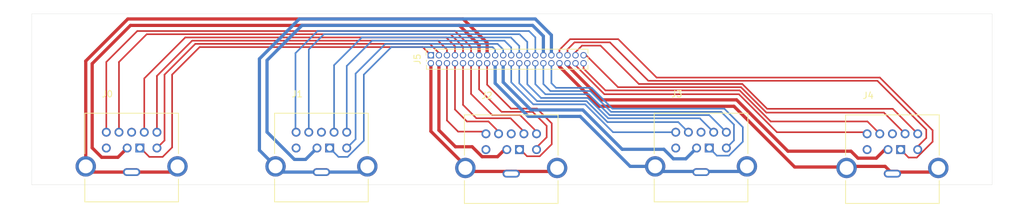
<source format=kicad_pcb>
(kicad_pcb (version 20211014) (generator pcbnew)
  (title_block (rev "1"))
  (layers (0 "F.Cu" signal "Front") (31 "B.Cu" signal "Back") (34 "B.Paste" user) (35 "F.Paste" user) (36 "B.SilkS" user "B.Silkscreen") (37 "F.SilkS" user "F.Silkscreen") (38 "B.Mask" user) (39 "F.Mask" user) (44 "Edge.Cuts" user))
  (net 0 "")
  (net 1 "/0_BVID")
  (net 2 "/0_5V")
  (net 3 "/0_GVID")
  (net 4 "/0_CVID")
  (net 7 "/0_RVID")
  (net 8 "/0_LAUD")
  (net 9 "/0_RAUD")
  (net 10 "/0_GND")
  (net 11 "/1_BVID")
  (net 12 "/1_5V")
  (net 13 "/1_GVID")
  (net 14 "/1_CVID")
  (net 17 "/1_RVID")
  (net 18 "/1_LAUD")
  (net 19 "/1_RAUD")
  (net 20 "/1_GND")
  (net 21 "/2_BVID")
  (net 22 "/2_5V")
  (net 23 "/2_GVID")
  (net 24 "/2_CVID")
  (net 27 "/2_RVID")
  (net 28 "/2_LAUD")
  (net 29 "/2_RAUD")
  (net 30 "/2_GND")
  (net 31 "/3_BVID")
  (net 32 "/3_5V")
  (net 33 "/3_GVID")
  (net 34 "/3_CVID")
  (net 37 "/3_RVID")
  (net 38 "/3_LAUD")
  (net 39 "/3_RAUD")
  (net 40 "/3_GND")
  (net 41 "/4_BVID")
  (net 42 "/4_5V")
  (net 43 "/4_GVID")
  (net 44 "/4_CVID")
  (net 47 "/4_RVID")
  (net 48 "/4_LAUD")
  (net 49 "/4_RAUD")
  (net 50 "/4_GND")
  (footprint "DIN9:CUI_MD-90SM" (layer "F.Cu") (at 127 65)
    (fp_text reference "J0" (at -3.825 -12.335) (layer "F.SilkS"))
    (fp_text value "MD-90SM")
    (fp_line (start 7.4 4.7) (end -7.4 4.7) (layer "F.SilkS") (width 0.127))
    (fp_line (start 7.4 -9.3) (end 7.4 -2.9) (layer "F.SilkS") (width 0.127))
    (fp_line (start -7.4 4.7) (end -7.4 1.1) (layer "F.SilkS") (width 0.127))
    (fp_line (start -7.4 -9.3) (end 7.4 -9.3) (layer "F.SilkS") (width 0.127))
    (fp_line (start 7.4 4.7) (end 7.4 1.1) (layer "F.SilkS") (width 0.127))
    (fp_line (start -7.4 -2.9) (end -7.4 -9.3) (layer "F.SilkS") (width 0.127))
    (pad "1" thru_hole rect (at 1.3 -3.8) (size 1.408 1.408) (drill 0.9) (layers *.Cu *.Mask) (net 1 "/0_BVID"))
    (pad "2" thru_hole circle (at -0.7 -3.8) (size 1.408 1.408) (drill 0.9) (layers *.Cu *.Mask) (net 2 "/0_5V"))
    (pad "3" thru_hole circle (at 4 -3.8) (size 1.408 1.408) (drill 0.9) (layers *.Cu *.Mask) (net 3 "/0_GVID"))
    (pad "4" thru_hole circle (at 2 -6.3) (size 1.408 1.408) (drill 0.9) (layers *.Cu *.Mask) (net 4 "/0_CVID"))
    (pad "5" thru_hole circle (at 0 -6.3) (size 1.408 1.408) (drill 0.9) (layers *.Cu *.Mask))
    (pad "6" thru_hole circle (at -4 -3.8) (size 1.408 1.408) (drill 0.9) (layers *.Cu *.Mask))
    (pad "7" thru_hole circle (at 4 -6.3) (size 1.408 1.408) (drill 0.9) (layers *.Cu *.Mask) (net 7 "/0_RVID"))
    (pad "8" thru_hole circle (at -2 -6.3) (size 1.408 1.408) (drill 0.9) (layers *.Cu *.Mask) (net 8 "/0_LAUD"))
    (pad "9" thru_hole circle (at -4 -6.3) (size 1.408 1.408) (drill 0.9) (layers *.Cu *.Mask) (net 9 "/0_RAUD"))
    (pad "S1" thru_hole oval (at 0 0) (size 2.73 1.23) (drill oval 2.2 0.7) (layers *.Cu *.Mask) (net 10 "/0_GND"))
    (pad "S2" thru_hole circle (at -7.25 -0.9) (size 3.216 3.216) (drill 2.2) (layers *.Cu *.Mask) (net 10 "/0_GND"))
    (pad "S3" thru_hole circle (at 7.25 -0.9) (size 3.216 3.216) (drill 2.2) (layers *.Cu *.Mask) (net 10 "/0_GND"))
  )
  (footprint "Connector_PinSocket_1.27mm:PinSocket_2x20_P1.27mm_Vertical" (layer "F.Cu") (at 174.3 46.53 90)
    (fp_text reference "J5" (at -0.635 -2.135 90) (layer "F.SilkS"))
    (fp_text value "Conn_02x22_Top_Bottom")
    (fp_line (start -2.22 24.825) (end -1.57753 24.825) (layer "F.SilkS") (width 0.12))
    (fp_line (start 0.95 -0.76) (end 0.95 0) (layer "F.SilkS") (width 0.12))
    (fp_line (start 0.95 0.635) (end 0.95 24.825) (layer "F.SilkS") (width 0.12))
    (fp_line (start -0.96247 -0.695) (end -0.76 -0.695) (layer "F.SilkS") (width 0.12))
    (fp_line (start -2.22 -0.695) (end -1.57753 -0.695) (layer "F.SilkS") (width 0.12))
    (fp_line (start -2.22 -0.695) (end -2.22 24.825) (layer "F.SilkS") (width 0.12))
    (fp_line (start 0 -0.76) (end 0.95 -0.76) (layer "F.SilkS") (width 0.12))
    (fp_line (start 0.30753 24.825) (end 0.95 24.825) (layer "F.SilkS") (width 0.12))
    (fp_line (start 0.76 0.635) (end 0.95 0.635) (layer "F.SilkS") (width 0.12))
    (fp_line (start -0.96247 24.825) (end -0.30753 24.825) (layer "F.SilkS") (width 0.12))
    (pad "1" thru_hole rect (at 0 0 90) (size 1 1) (drill 0.7) (layers *.Cu *.Mask) (net 1 "/0_BVID"))
    (pad "2" thru_hole oval (at 0 1.27 90) (size 1 1) (drill 0.7) (layers *.Cu *.Mask) (net 3 "/0_GVID"))
    (pad "3" thru_hole oval (at 0 2.54 90) (size 1 1) (drill 0.7) (layers *.Cu *.Mask) (net 7 "/0_RVID"))
    (pad "4" thru_hole oval (at 0 3.81 90) (size 1 1) (drill 0.7) (layers *.Cu *.Mask) (net 4 "/0_CVID"))
    (pad "5" thru_hole oval (at 0 5.08 90) (size 1 1) (drill 0.7) (layers *.Cu *.Mask) (net 8 "/0_LAUD"))
    (pad "6" thru_hole oval (at 0 6.35 90) (size 1 1) (drill 0.7) (layers *.Cu *.Mask) (net 9 "/0_RAUD"))
    (pad "7" thru_hole oval (at 0 7.62 90) (size 1 1) (drill 0.7) (layers *.Cu *.Mask) (net 2 "/0_5V"))
    (pad "8" thru_hole oval (at 0 8.89 90) (size 1 1) (drill 0.7) (layers *.Cu *.Mask) (net 10 "/0_GND"))
    (pad "9" thru_hole oval (at 0 10.16 90) (size 1 1) (drill 0.7) (layers *.Cu *.Mask) (net 11 "/1_BVID"))
    (pad "10" thru_hole oval (at 0 11.43 90) (size 1 1) (drill 0.7) (layers *.Cu *.Mask) (net 13 "/1_GVID"))
    (pad "11" thru_hole oval (at 0 12.7 90) (size 1 1) (drill 0.7) (layers *.Cu *.Mask) (net 17 "/1_RVID"))
    (pad "12" thru_hole oval (at 0 13.97 90) (size 1 1) (drill 0.7) (layers *.Cu *.Mask) (net 14 "/1_CVID"))
    (pad "13" thru_hole oval (at 0 15.24 90) (size 1 1) (drill 0.7) (layers *.Cu *.Mask) (net 18 "/1_LAUD"))
    (pad "14" thru_hole oval (at 0 16.51 90) (size 1 1) (drill 0.7) (layers *.Cu *.Mask) (net 19 "/1_RAUD"))
    (pad "15" thru_hole oval (at 0 17.78 90) (size 1 1) (drill 0.7) (layers *.Cu *.Mask) (net 12 "/1_5V"))
    (pad "16" thru_hole oval (at 0 19.05 90) (size 1 1) (drill 0.7) (layers *.Cu *.Mask) (net 20 "/1_GND"))
    (pad "17" thru_hole oval (at 0 20.32 90) (size 1 1) (drill 0.7) (layers *.Cu *.Mask) (net 41 "/4_BVID"))
    (pad "18" thru_hole oval (at 0 21.59 90) (size 1 1) (drill 0.7) (layers *.Cu *.Mask) (net 43 "/4_GVID"))
    (pad "19" thru_hole oval (at 0 22.86 90) (size 1 1) (drill 0.7) (layers *.Cu *.Mask) (net 47 "/4_RVID"))
    (pad "20" thru_hole oval (at 0 24.13 90) (size 1 1) (drill 0.7) (layers *.Cu *.Mask) (net 44 "/4_CVID"))
    (pad "21" thru_hole oval (at -1.27 24.13 90) (size 1 1) (drill 0.7) (layers *.Cu *.Mask) (net 48 "/4_LAUD"))
    (pad "22" thru_hole oval (at -1.27 22.86 90) (size 1 1) (drill 0.7) (layers *.Cu *.Mask) (net 49 "/4_RAUD"))
    (pad "23" thru_hole oval (at -1.27 21.59 90) (size 1 1) (drill 0.7) (layers *.Cu *.Mask) (net 42 "/4_5V"))
    (pad "24" thru_hole oval (at -1.27 20.32 90) (size 1 1) (drill 0.7) (layers *.Cu *.Mask) (net 50 "/4_GND"))
    (pad "25" thru_hole oval (at -1.27 19.05 90) (size 1 1) (drill 0.7) (layers *.Cu *.Mask) (net 31 "/3_BVID"))
    (pad "26" thru_hole oval (at -1.27 17.78 90) (size 1 1) (drill 0.7) (layers *.Cu *.Mask) (net 33 "/3_GVID"))
    (pad "27" thru_hole oval (at -1.27 16.51 90) (size 1 1) (drill 0.7) (layers *.Cu *.Mask) (net 37 "/3_RVID"))
    (pad "28" thru_hole oval (at -1.27 15.24 90) (size 1 1) (drill 0.7) (layers *.Cu *.Mask) (net 34 "/3_CVID"))
    (pad "29" thru_hole oval (at -1.27 13.97 90) (size 1 1) (drill 0.7) (layers *.Cu *.Mask) (net 38 "/3_LAUD"))
    (pad "30" thru_hole oval (at -1.27 12.7 90) (size 1 1) (drill 0.7) (layers *.Cu *.Mask) (net 39 "/3_RAUD"))
    (pad "31" thru_hole oval (at -1.27 11.43 90) (size 1 1) (drill 0.7) (layers *.Cu *.Mask) (net 32 "/3_5V"))
    (pad "32" thru_hole oval (at -1.27 10.16 90) (size 1 1) (drill 0.7) (layers *.Cu *.Mask) (net 40 "/3_GND"))
    (pad "33" thru_hole oval (at -1.27 8.89 90) (size 1 1) (drill 0.7) (layers *.Cu *.Mask) (net 21 "/2_BVID"))
    (pad "34" thru_hole oval (at -1.27 7.62 90) (size 1 1) (drill 0.7) (layers *.Cu *.Mask) (net 23 "/2_GVID"))
    (pad "35" thru_hole oval (at -1.27 6.35 90) (size 1 1) (drill 0.7) (layers *.Cu *.Mask) (net 27 "/2_RVID"))
    (pad "36" thru_hole oval (at -1.27 5.08 90) (size 1 1) (drill 0.7) (layers *.Cu *.Mask) (net 24 "/2_CVID"))
    (pad "37" thru_hole oval (at -1.27 3.81 90) (size 1 1) (drill 0.7) (layers *.Cu *.Mask) (net 28 "/2_LAUD"))
    (pad "38" thru_hole oval (at -1.27 2.54 90) (size 1 1) (drill 0.7) (layers *.Cu *.Mask) (net 29 "/2_RAUD"))
    (pad "39" thru_hole oval (at -1.27 1.27 90) (size 1 1) (drill 0.7) (layers *.Cu *.Mask) (net 22 "/2_5V"))
    (pad "40" thru_hole oval (at -1.27 0 90) (size 1 1) (drill 0.7) (layers *.Cu *.Mask) (net 30 "/2_GND"))
  )
  (footprint "DIN9:CUI_MD-90SM" (layer "F.Cu") (at 217 65)
    (fp_text reference "J3" (at -3.825 -12.335) (layer "F.SilkS"))
    (fp_text value "MD-90SM")
    (fp_line (start 7.4 4.7) (end 7.4 1.1) (layer "F.SilkS") (width 0.127))
    (fp_line (start -7.4 -9.3) (end 7.4 -9.3) (layer "F.SilkS") (width 0.127))
    (fp_line (start -7.4 -2.9) (end -7.4 -9.3) (layer "F.SilkS") (width 0.127))
    (fp_line (start 7.4 4.7) (end -7.4 4.7) (layer "F.SilkS") (width 0.127))
    (fp_line (start 7.4 -9.3) (end 7.4 -2.9) (layer "F.SilkS") (width 0.127))
    (fp_line (start -7.4 4.7) (end -7.4 1.1) (layer "F.SilkS") (width 0.127))
    (pad "1" thru_hole rect (at 1.3 -3.8) (size 1.408 1.408) (drill 0.9) (layers *.Cu *.Mask) (net 31 "/3_BVID"))
    (pad "2" thru_hole circle (at -0.7 -3.8) (size 1.408 1.408) (drill 0.9) (layers *.Cu *.Mask) (net 32 "/3_5V"))
    (pad "3" thru_hole circle (at 4 -3.8) (size 1.408 1.408) (drill 0.9) (layers *.Cu *.Mask) (net 33 "/3_GVID"))
    (pad "4" thru_hole circle (at 2 -6.3) (size 1.408 1.408) (drill 0.9) (layers *.Cu *.Mask) (net 34 "/3_CVID"))
    (pad "5" thru_hole circle (at 0 -6.3) (size 1.408 1.408) (drill 0.9) (layers *.Cu *.Mask))
    (pad "6" thru_hole circle (at -4 -3.8) (size 1.408 1.408) (drill 0.9) (layers *.Cu *.Mask))
    (pad "7" thru_hole circle (at 4 -6.3) (size 1.408 1.408) (drill 0.9) (layers *.Cu *.Mask) (net 37 "/3_RVID"))
    (pad "8" thru_hole circle (at -2 -6.3) (size 1.408 1.408) (drill 0.9) (layers *.Cu *.Mask) (net 38 "/3_LAUD"))
    (pad "9" thru_hole circle (at -4 -6.3) (size 1.408 1.408) (drill 0.9) (layers *.Cu *.Mask) (net 39 "/3_RAUD"))
    (pad "S1" thru_hole oval (at 0 0) (size 2.73 1.23) (drill oval 2.2 0.7) (layers *.Cu *.Mask) (net 40 "/3_GND"))
    (pad "S2" thru_hole circle (at -7.25 -0.9) (size 3.216 3.216) (drill 2.2) (layers *.Cu *.Mask) (net 40 "/3_GND"))
    (pad "S3" thru_hole circle (at 7.25 -0.9) (size 3.216 3.216) (drill 2.2) (layers *.Cu *.Mask) (net 40 "/3_GND"))
  )
  (footprint "MountingHole:MountingHole_2.5mm" (layer "F.Cu") (at 260 60)
    (fp_text reference "REF**" hide)
    (fp_text value "MountingHole_2.5mm")
    (pad "" np_thru_hole circle (at 0 0) (size 2.5 2.5) (drill 2.5) (layers *.Cu *.Mask))
  )
  (footprint "DIN9:CUI_MD-90SM" (layer "F.Cu") (at 247.25 65.25)
    (fp_text reference "J4" (at -3.825 -12.335) (layer "F.SilkS"))
    (fp_text value "MD-90SM")
    (fp_line (start 7.4 4.7) (end -7.4 4.7) (layer "F.SilkS") (width 0.127))
    (fp_line (start -7.4 -9.3) (end 7.4 -9.3) (layer "F.SilkS") (width 0.127))
    (fp_line (start -7.4 4.7) (end -7.4 1.1) (layer "F.SilkS") (width 0.127))
    (fp_line (start -7.4 -2.9) (end -7.4 -9.3) (layer "F.SilkS") (width 0.127))
    (fp_line (start 7.4 -9.3) (end 7.4 -2.9) (layer "F.SilkS") (width 0.127))
    (fp_line (start 7.4 4.7) (end 7.4 1.1) (layer "F.SilkS") (width 0.127))
    (pad "1" thru_hole rect (at 1.3 -3.8) (size 1.408 1.408) (drill 0.9) (layers *.Cu *.Mask) (net 41 "/4_BVID"))
    (pad "2" thru_hole circle (at -0.7 -3.8) (size 1.408 1.408) (drill 0.9) (layers *.Cu *.Mask) (net 42 "/4_5V"))
    (pad "3" thru_hole circle (at 4 -3.8) (size 1.408 1.408) (drill 0.9) (layers *.Cu *.Mask) (net 43 "/4_GVID"))
    (pad "4" thru_hole circle (at 2 -6.3) (size 1.408 1.408) (drill 0.9) (layers *.Cu *.Mask) (net 44 "/4_CVID"))
    (pad "5" thru_hole circle (at 0 -6.3) (size 1.408 1.408) (drill 0.9) (layers *.Cu *.Mask))
    (pad "6" thru_hole circle (at -4 -3.8) (size 1.408 1.408) (drill 0.9) (layers *.Cu *.Mask))
    (pad "7" thru_hole circle (at 4 -6.3) (size 1.408 1.408) (drill 0.9) (layers *.Cu *.Mask) (net 47 "/4_RVID"))
    (pad "8" thru_hole circle (at -2 -6.3) (size 1.408 1.408) (drill 0.9) (layers *.Cu *.Mask) (net 48 "/4_LAUD"))
    (pad "9" thru_hole circle (at -4 -6.3) (size 1.408 1.408) (drill 0.9) (layers *.Cu *.Mask) (net 49 "/4_RAUD"))
    (pad "S1" thru_hole oval (at 0 0) (size 2.73 1.23) (drill oval 2.2 0.7) (layers *.Cu *.Mask) (net 50 "/4_GND"))
    (pad "S2" thru_hole circle (at -7.25 -0.9) (size 3.216 3.216) (drill 2.2) (layers *.Cu *.Mask) (net 50 "/4_GND"))
    (pad "S3" thru_hole circle (at 7.25 -0.9) (size 3.216 3.216) (drill 2.2) (layers *.Cu *.Mask) (net 50 "/4_GND"))
  )
  (footprint "MountingHole:MountingHole_2.5mm" (layer "F.Cu") (at 114.25 60)
    (fp_text reference "REF**" hide)
    (fp_text value "MountingHole_2.5mm")
    (pad "" np_thru_hole circle (at 0 0) (size 2.5 2.5) (drill 2.5) (layers *.Cu *.Mask))
  )
  (footprint "DIN9:CUI_MD-90SM" (layer "F.Cu") (at 187 65.25)
    (fp_text reference "J2" (at -3.825 -12.335) (layer "F.SilkS"))
    (fp_text value "MD-90SM")
    (fp_line (start 7.4 -9.3) (end 7.4 -2.9) (layer "F.SilkS") (width 0.127))
    (fp_line (start 7.4 4.7) (end 7.4 1.1) (layer "F.SilkS") (width 0.127))
    (fp_line (start -7.4 4.7) (end -7.4 1.1) (layer "F.SilkS") (width 0.127))
    (fp_line (start -7.4 -9.3) (end 7.4 -9.3) (layer "F.SilkS") (width 0.127))
    (fp_line (start 7.4 4.7) (end -7.4 4.7) (layer "F.SilkS") (width 0.127))
    (fp_line (start -7.4 -2.9) (end -7.4 -9.3) (layer "F.SilkS") (width 0.127))
    (pad "1" thru_hole rect (at 1.3 -3.8) (size 1.408 1.408) (drill 0.9) (layers *.Cu *.Mask) (net 21 "/2_BVID"))
    (pad "2" thru_hole circle (at -0.7 -3.8) (size 1.408 1.408) (drill 0.9) (layers *.Cu *.Mask) (net 22 "/2_5V"))
    (pad "3" thru_hole circle (at 4 -3.8) (size 1.408 1.408) (drill 0.9) (layers *.Cu *.Mask) (net 23 "/2_GVID"))
    (pad "4" thru_hole circle (at 2 -6.3) (size 1.408 1.408) (drill 0.9) (layers *.Cu *.Mask) (net 24 "/2_CVID"))
    (pad "5" thru_hole circle (at 0 -6.3) (size 1.408 1.408) (drill 0.9) (layers *.Cu *.Mask))
    (pad "6" thru_hole circle (at -4 -3.8) (size 1.408 1.408) (drill 0.9) (layers *.Cu *.Mask))
    (pad "7" thru_hole circle (at 4 -6.3) (size 1.408 1.408) (drill 0.9) (layers *.Cu *.Mask) (net 27 "/2_RVID"))
    (pad "8" thru_hole circle (at -2 -6.3) (size 1.408 1.408) (drill 0.9) (layers *.Cu *.Mask) (net 28 "/2_LAUD"))
    (pad "9" thru_hole circle (at -4 -6.3) (size 1.408 1.408) (drill 0.9) (layers *.Cu *.Mask) (net 29 "/2_RAUD"))
    (pad "S1" thru_hole oval (at 0 0) (size 2.73 1.23) (drill oval 2.2 0.7) (layers *.Cu *.Mask) (net 30 "/2_GND"))
    (pad "S2" thru_hole circle (at -7.25 -0.9) (size 3.216 3.216) (drill 2.2) (layers *.Cu *.Mask) (net 30 "/2_GND"))
    (pad "S3" thru_hole circle (at 7.25 -0.9) (size 3.216 3.216) (drill 2.2) (layers *.Cu *.Mask) (net 30 "/2_GND"))
  )
  (footprint "DIN9:CUI_MD-90SM" (layer "F.Cu") (at 157 65)
    (fp_text reference "J1" (at -3.825 -12.335) (layer "F.SilkS"))
    (fp_text value "MD-90SM")
    (fp_line (start -7.4 -2.9) (end -7.4 -9.3) (layer "F.SilkS") (width 0.127))
    (fp_line (start 7.4 4.7) (end -7.4 4.7) (layer "F.SilkS") (width 0.127))
    (fp_line (start -7.4 4.7) (end -7.4 1.1) (layer "F.SilkS") (width 0.127))
    (fp_line (start 7.4 4.7) (end 7.4 1.1) (layer "F.SilkS") (width 0.127))
    (fp_line (start 7.4 -9.3) (end 7.4 -2.9) (layer "F.SilkS") (width 0.127))
    (fp_line (start -7.4 -9.3) (end 7.4 -9.3) (layer "F.SilkS") (width 0.127))
    (pad "1" thru_hole rect (at 1.3 -3.8) (size 1.408 1.408) (drill 0.9) (layers *.Cu *.Mask) (net 11 "/1_BVID"))
    (pad "2" thru_hole circle (at -0.7 -3.8) (size 1.408 1.408) (drill 0.9) (layers *.Cu *.Mask) (net 12 "/1_5V"))
    (pad "3" thru_hole circle (at 4 -3.8) (size 1.408 1.408) (drill 0.9) (layers *.Cu *.Mask) (net 13 "/1_GVID"))
    (pad "4" thru_hole circle (at 2 -6.3) (size 1.408 1.408) (drill 0.9) (layers *.Cu *.Mask) (net 14 "/1_CVID"))
    (pad "5" thru_hole circle (at 0 -6.3) (size 1.408 1.408) (drill 0.9) (layers *.Cu *.Mask))
    (pad "6" thru_hole circle (at -4 -3.8) (size 1.408 1.408) (drill 0.9) (layers *.Cu *.Mask))
    (pad "7" thru_hole circle (at 4 -6.3) (size 1.408 1.408) (drill 0.9) (layers *.Cu *.Mask) (net 17 "/1_RVID"))
    (pad "8" thru_hole circle (at -2 -6.3) (size 1.408 1.408) (drill 0.9) (layers *.Cu *.Mask) (net 18 "/1_LAUD"))
    (pad "9" thru_hole circle (at -4 -6.3) (size 1.408 1.408) (drill 0.9) (layers *.Cu *.Mask) (net 19 "/1_RAUD"))
    (pad "S1" thru_hole oval (at 0 0) (size 2.73 1.23) (drill oval 2.2 0.7) (layers *.Cu *.Mask) (net 20 "/1_GND"))
    (pad "S2" thru_hole circle (at -7.25 -0.9) (size 3.216 3.216) (drill 2.2) (layers *.Cu *.Mask) (net 20 "/1_GND"))
    (pad "S3" thru_hole circle (at 7.25 -0.9) (size 3.216 3.216) (drill 2.2) (layers *.Cu *.Mask) (net 20 "/1_GND"))
  )
  (footprint "MountingHole:MountingHole_2.5mm" (layer "F.Cu") (at 114.25 43)
    (fp_text reference "REF**" hide)
    (fp_text value "MountingHole_2.5mm")
    (pad "" np_thru_hole circle (at 0 0) (size 2.5 2.5) (drill 2.5) (layers *.Cu *.Mask))
  )
  (footprint "MountingHole:MountingHole_2.5mm" (layer "F.Cu") (at 260 43.25)
    (fp_text reference "REF**" hide)
    (fp_text value "MountingHole_2.5mm")
    (pad "" np_thru_hole circle (at 0 0) (size 2.5 2.5) (drill 2.5) (layers *.Cu *.Mask))
  )
  (gr_rect (start 263 67) (end 111.2 40) (layer "Edge.Cuts") (width 0.0381) (fill none))
  (segment (start 133.4 49.6) (end 137.755 45.245) (width 0.254) (layer "F.Cu") (net 1))
  (segment (start 137.755 45.245) (end 173.015 45.245) (width 0.254) (layer "F.Cu") (net 1))
  (segment (start 129.8 62.6) (end 131.9 62.6) (width 0.254) (layer "F.Cu") (net 1))
  (segment (start 133.4 61.1) (end 133.4 49.6) (width 0.254) (layer "F.Cu") (net 1))
  (segment (start 128.3 61.2) (end 128.4 61.2) (width 0.254) (layer "F.Cu") (net 1))
  (segment (start 131.9 62.6) (end 133.4 61.1) (width 0.254) (layer "F.Cu") (net 1))
  (segment (start 173.015 45.245) (end 174.3 46.53) (width 0.254) (layer "F.Cu") (net 1))
  (segment (start 128.4 61.2) (end 129.8 62.6) (width 0.254) (layer "F.Cu") (net 1))
  (segment (start 120.766 61.166) (end 122.266 62.666) (width 0.508) (layer "F.Cu") (net 2))
  (segment (start 181.92 44.936) (end 178.8 41.816) (width 0.508) (layer "F.Cu") (net 2))
  (segment (start 181.92 46.53) (end 181.92 44.936) (width 0.508) (layer "F.Cu") (net 2))
  (segment (start 178.8 41.816) (end 126.82084 41.816) (width 0.508) (layer "F.Cu") (net 2))
  (segment (start 120.766 47.87084) (end 120.766 61.166) (width 0.508) (layer "F.Cu") (net 2))
  (segment (start 122.266 62.666) (end 124.834 62.666) (width 0.508) (layer "F.Cu") (net 2))
  (segment (start 124.834 62.666) (end 126.3 61.2) (width 0.508) (layer "F.Cu") (net 2))
  (segment (start 126.82084 41.816) (end 120.766 47.87084) (width 0.508) (layer "F.Cu") (net 2))
  (segment (start 137.063 44.737) (end 132.2 49.6) (width 0.254) (layer "F.Cu") (net 3))
  (segment (start 132.2 49.6) (end 132.2 60) (width 0.254) (layer "F.Cu") (net 3))
  (segment (start 175.57 46.17) (end 174.137 44.737) (width 0.254) (layer "F.Cu") (net 3))
  (segment (start 175.57 46.53) (end 175.57 46.17) (width 0.254) (layer "F.Cu") (net 3))
  (segment (start 174.137 44.737) (end 137.063 44.737) (width 0.254) (layer "F.Cu") (net 3))
  (segment (start 132.2 60) (end 131 61.2) (width 0.254) (layer "F.Cu") (net 3))
  (segment (start 178.11 46.53) (end 178.11 45.11) (width 0.254) (layer "F.Cu") (net 4))
  (segment (start 178.11 45.11) (end 176.721 43.721) (width 0.254) (layer "F.Cu") (net 4))
  (segment (start 135.479 43.721) (end 129 50.2) (width 0.254) (layer "F.Cu") (net 4))
  (segment (start 176.721 43.721) (end 135.479 43.721) (width 0.254) (layer "F.Cu") (net 4))
  (segment (start 129 50.2) (end 129 58.7) (width 0.254) (layer "F.Cu") (net 4))
  (segment (start 175.429 44.229) (end 136.571 44.229) (width 0.254) (layer "F.Cu") (net 7))
  (segment (start 136.571 44.229) (end 131 49.8) (width 0.254) (layer "F.Cu") (net 7))
  (segment (start 176.84 45.64) (end 175.429 44.229) (width 0.254) (layer "F.Cu") (net 7))
  (segment (start 131 49.8) (end 131 58.7) (width 0.254) (layer "F.Cu") (net 7))
  (segment (start 176.84 46.53) (end 176.84 45.64) (width 0.254) (layer "F.Cu") (net 7))
  (segment (start 177.413 43.213) (end 129.387 43.213) (width 0.254) (layer "F.Cu") (net 8))
  (segment (start 179.38 45.18) (end 177.413 43.213) (width 0.254) (layer "F.Cu") (net 8))
  (segment (start 179.38 46.53) (end 179.38 45.18) (width 0.254) (layer "F.Cu") (net 8))
  (segment (start 129.387 43.213) (end 125 47.6) (width 0.254) (layer "F.Cu") (net 8))
  (segment (start 125 47.6) (end 125 58.7) (width 0.254) (layer "F.Cu") (net 8))
  (segment (start 180.65 46.53) (end 180.65 45.25) (width 0.254) (layer "F.Cu") (net 9))
  (segment (start 123 47.6) (end 123 58.7) (width 0.254) (layer "F.Cu") (net 9))
  (segment (start 180.65 45.25) (end 178.105 42.705) (width 0.254) (layer "F.Cu") (net 9))
  (segment (start 178.105 42.705) (end 127.895 42.705) (width 0.254) (layer "F.Cu") (net 9))
  (segment (start 127.895 42.705) (end 123 47.6) (width 0.254) (layer "F.Cu") (net 9))
  (segment (start 134.7 64.2) (end 133.9 65) (width 0.508) (layer "F.Cu") (net 10))
  (segment (start 119.75 47.45) (end 119.75 64.1) (width 0.508) (layer "F.Cu") (net 10))
  (segment (start 127 65) (end 120.65 65) (width 0.508) (layer "F.Cu") (net 10))
  (segment (start 134.6 64.1) (end 134.7 64.2) (width 0.508) (layer "F.Cu") (net 10))
  (segment (start 179.4 40.8) (end 126.4 40.8) (width 0.508) (layer "F.Cu") (net 10))
  (segment (start 134.25 64.1) (end 134.6 64.1) (width 0.508) (layer "F.Cu") (net 10))
  (segment (start 126.4 40.8) (end 119.75 47.45) (width 0.508) (layer "F.Cu") (net 10))
  (segment (start 120.65 65) (end 119.75 64.1) (width 0.508) (layer "F.Cu") (net 10))
  (segment (start 133.9 65) (end 127 65) (width 0.508) (layer "F.Cu") (net 10))
  (segment (start 183.19 44.59) (end 179.4 40.8) (width 0.508) (layer "F.Cu") (net 10))
  (segment (start 183.19 46.53) (end 183.19 44.59) (width 0.508) (layer "F.Cu") (net 10))
  (segment (start 159.7 62.6) (end 161.134422 62.6) (width 0.254) (layer "B.Cu") (net 11))
  (segment (start 168.05258 45.24742) (end 184.04742 45.24742) (width 0.254) (layer "B.Cu") (net 11))
  (segment (start 163.7 49.6) (end 168.05258 45.24742) (width 0.254) (layer "B.Cu") (net 11))
  (segment (start 158.3 61.2) (end 159.7 62.6) (width 0.254) (layer "B.Cu") (net 11))
  (segment (start 161.134422 62.6) (end 163.7 60.034422) (width 0.254) (layer "B.Cu") (net 11))
  (segment (start 184.04742 45.24742) (end 184.46 45.66) (width 0.254) (layer "B.Cu") (net 11))
  (segment (start 184.46 45.66) (end 184.46 46.53) (width 0.254) (layer "B.Cu") (net 11))
  (segment (start 163.7 60.034422) (end 163.7 49.6) (width 0.254) (layer "B.Cu") (net 11))
  (segment (start 192.08 43.51684) (end 192.08 46.53) (width 0.508) (layer "B.Cu") (net 12))
  (segment (start 156.3 61.2) (end 154.5 63) (width 0.508) (layer "B.Cu") (net 12))
  (segment (start 148.4 58.673238) (end 148.4 47.33684) (width 0.508) (layer "B.Cu") (net 12))
  (segment (start 153.92084 41.816) (end 190.37916 41.816) (width 0.508) (layer "B.Cu") (net 12))
  (segment (start 154.5 63) (end 152.726762 63) (width 0.508) (layer "B.Cu") (net 12))
  (segment (start 148.4 47.33684) (end 153.92084 41.816) (width 0.508) (layer "B.Cu") (net 12))
  (segment (start 190.37916 41.816) (end 192.08 43.51684) (width 0.508) (layer "B.Cu") (net 12))
  (segment (start 152.726762 63) (end 148.4 58.673238) (width 0.508) (layer "B.Cu") (net 12))
  (segment (start 162.4 59.8) (end 161 61.2) (width 0.254) (layer "B.Cu") (net 13))
  (segment (start 185.73 46.53) (end 185.73 45.63) (width 0.254) (layer "B.Cu") (net 13))
  (segment (start 184.83942 44.73942) (end 167.1 44.73942) (width 0.254) (layer "B.Cu") (net 13))
  (segment (start 185.73 45.63) (end 184.83942 44.73942) (width 0.254) (layer "B.Cu") (net 13))
  (segment (start 167.1 44.73942) (end 162.4 49.43942) (width 0.254) (layer "B.Cu") (net 13))
  (segment (start 162.4 49.43942) (end 162.4 59.8) (width 0.254) (layer "B.Cu") (net 13))
  (segment (start 159 48.1) (end 159 58.7) (width 0.254) (layer "B.Cu") (net 14))
  (segment (start 163.37658 43.72342) (end 159 48.1) (width 0.254) (layer "B.Cu") (net 14))
  (segment (start 188.27 45.07) (end 187.508 44.308) (width 0.254) (layer "B.Cu") (net 14))
  (segment (start 187.508 44.308) (end 187.507999 44.289579) (width 0.254) (layer "B.Cu") (net 14))
  (segment (start 187.507999 44.289579) (end 186.941841 43.723421) (width 0.254) (layer "B.Cu") (net 14))
  (segment (start 188.27 46.53) (end 188.27 45.07) (width 0.254) (layer "B.Cu") (net 14))
  (segment (start 186.941841 43.723421) (end 163.37658 43.72342) (width 0.254) (layer "B.Cu") (net 14))
  (segment (start 165 44.23142) (end 161 48.23142) (width 0.254) (layer "B.Cu") (net 17))
  (segment (start 185.93142 44.23142) (end 165 44.23142) (width 0.254) (layer "B.Cu") (net 17))
  (segment (start 161 48.23142) (end 161 58.7) (width 0.254) (layer "B.Cu") (net 17))
  (segment (start 187 46.53) (end 187 45.3) (width 0.254) (layer "B.Cu") (net 17))
  (segment (start 187 45.3) (end 185.93142 44.23142) (width 0.254) (layer "B.Cu") (net 17))
  (segment (start 157.40242 43.213) (end 155 45.61542) (width 0.254) (layer "B.Cu") (net 18))
  (segment (start 155 45.61542) (end 155 58.7) (width 0.254) (layer "B.Cu") (net 18))
  (segment (start 189.54 46.53) (end 189.54 44.44) (width 0.254) (layer "B.Cu") (net 18))
  (segment (start 188.313 43.213) (end 157.40242 43.213) (width 0.254) (layer "B.Cu") (net 18))
  (segment (start 189.54 44.44) (end 188.313 43.213) (width 0.254) (layer "B.Cu") (net 18))
  (segment (start 156.395 42.705) (end 152.9 46.2) (width 0.254) (layer "B.Cu") (net 19))
  (segment (start 152.9 58.6) (end 153 58.7) (width 0.254) (layer "B.Cu") (net 19))
  (segment (start 190.81 43.71) (end 189.805 42.705) (width 0.254) (layer "B.Cu") (net 19))
  (segment (start 152.9 46.2) (end 152.9 58.6) (width 0.254) (layer "B.Cu") (net 19))
  (segment (start 190.81 46.53) (end 190.81 43.71) (width 0.254) (layer "B.Cu") (net 19))
  (segment (start 189.805 42.705) (end 156.395 42.705) (width 0.254) (layer "B.Cu") (net 19))
  (segment (start 150.65 65) (end 149.75 64.1) (width 0.508) (layer "B.Cu") (net 20))
  (segment (start 147.2 47.1) (end 153.5 40.8) (width 0.508) (layer "B.Cu") (net 20))
  (segment (start 153.5 40.8) (end 190.8 40.8) (width 0.508) (layer "B.Cu") (net 20))
  (segment (start 163.35 65) (end 157 65) (width 0.508) (layer "B.Cu") (net 20))
  (segment (start 190.8 40.8) (end 193.35 43.35) (width 0.508) (layer "B.Cu") (net 20))
  (segment (start 193.35 43.35) (end 193.35 46.53) (width 0.508) (layer "B.Cu") (net 20))
  (segment (start 149.75 64.1) (end 147.2 61.55) (width 0.508) (layer "B.Cu") (net 20))
  (segment (start 164.25 64.1) (end 163.35 65) (width 0.508) (layer "B.Cu") (net 20))
  (segment (start 157 65) (end 150.65 65) (width 0.508) (layer "B.Cu") (net 20))
  (segment (start 147.2 61.55) (end 147.2 47.1) (width 0.508) (layer "B.Cu") (net 20))
  (segment (start 189.5 62.5) (end 191.5 62.5) (width 0.254) (layer "F.Cu") (net 21))
  (segment (start 193.4 57.3) (end 191.068 54.968) (width 0.254) (layer "F.Cu") (net 21))
  (segment (start 191.5 62.5) (end 193.4 60.6) (width 0.254) (layer "F.Cu") (net 21))
  (segment (start 183.19 51.19) (end 183.19 47.8) (width 0.254) (layer "F.Cu") (net 21))
  (segment (start 188.3 61.1) (end 188.3 61.3) (width 0.254) (layer "F.Cu") (net 21))
  (segment (start 191.068 54.968) (end 186.968 54.968) (width 0.254) (layer "F.Cu") (net 21))
  (segment (start 186.968 54.968) (end 183.19 51.19) (width 0.254) (layer "F.Cu") (net 21))
  (segment (start 193.4 60.6) (end 193.4 57.3) (width 0.254) (layer "F.Cu") (net 21))
  (segment (start 188.3 61.3) (end 189.5 62.5) (width 0.254) (layer "F.Cu") (net 21))
  (segment (start 178.18684 61) (end 180.826762 61) (width 0.508) (layer "F.Cu") (net 22))
  (segment (start 175.57 58.38316) (end 178.18684 61) (width 0.508) (layer "F.Cu") (net 22))
  (segment (start 175.57 47.8) (end 175.57 58.38316) (width 0.508) (layer "F.Cu") (net 22))
  (segment (start 180.826762 61) (end 182.392762 62.566) (width 0.508) (layer "F.Cu") (net 22))
  (segment (start 184.834 62.566) (end 186.3 61.1) (width 0.508) (layer "F.Cu") (net 22))
  (segment (start 182.392762 62.566) (end 184.834 62.566) (width 0.508) (layer "F.Cu") (net 22))
  (segment (start 192.6 57.7) (end 192.6 59.5) (width 0.254) (layer "F.Cu") (net 23))
  (segment (start 181.92 47.8) (end 181.92 51.92) (width 0.254) (layer "F.Cu") (net 23))
  (segment (start 185.476 55.476) (end 190.376 55.476) (width 0.254) (layer "F.Cu") (net 23))
  (segment (start 192.6 59.5) (end 191 61.1) (width 0.254) (layer "F.Cu") (net 23))
  (segment (start 190.376 55.476) (end 192.6 57.7) (width 0.254) (layer "F.Cu") (net 23))
  (segment (start 181.92 51.92) (end 185.476 55.476) (width 0.254) (layer "F.Cu") (net 23))
  (segment (start 179.38 54.38) (end 181.492 56.492) (width 0.254) (layer "F.Cu") (net 24))
  (segment (start 181.492 56.492) (end 186.892 56.492) (width 0.254) (layer "F.Cu") (net 24))
  (segment (start 179.38 47.8) (end 179.38 54.38) (width 0.254) (layer "F.Cu") (net 24))
  (segment (start 186.892 56.492) (end 189 58.6) (width 0.254) (layer "F.Cu") (net 24))
  (segment (start 180.65 47.8) (end 180.65 52.65) (width 0.254) (layer "F.Cu") (net 27))
  (segment (start 180.65 52.65) (end 183.984 55.984) (width 0.254) (layer "F.Cu") (net 27))
  (segment (start 188.384 55.984) (end 191 58.6) (width 0.254) (layer "F.Cu") (net 27))
  (segment (start 183.984 55.984) (end 188.384 55.984) (width 0.254) (layer "F.Cu") (net 27))
  (segment (start 178.11 55.11) (end 180 57) (width 0.254) (layer "F.Cu") (net 28))
  (segment (start 180 57) (end 183.4 57) (width 0.254) (layer "F.Cu") (net 28))
  (segment (start 178.11 47.8) (end 178.11 55.11) (width 0.254) (layer "F.Cu") (net 28))
  (segment (start 183.4 57) (end 185 58.6) (width 0.254) (layer "F.Cu") (net 28))
  (segment (start 176.84 47.8) (end 176.84 56.84) (width 0.254) (layer "F.Cu") (net 29))
  (segment (start 176.84 56.84) (end 178.6 58.6) (width 0.254) (layer "F.Cu") (net 29))
  (segment (start 178.6 58.6) (end 183 58.6) (width 0.254) (layer "F.Cu") (net 29))
  (segment (start 179.75 64) (end 180.65 64.9) (width 0.508) (layer "F.Cu") (net 30))
  (segment (start 187 64.9) (end 193.35 64.9) (width 0.508) (layer "F.Cu") (net 30))
  (segment (start 193.35 64.9) (end 194.25 64) (width 0.508) (layer "F.Cu") (net 30))
  (segment (start 174.3 58.55) (end 179.75 64) (width 0.508) (layer "F.Cu") (net 30))
  (segment (start 174.3 47.8) (end 174.3 58.55) (width 0.508) (layer "F.Cu") (net 30))
  (segment (start 180.65 64.9) (end 187 64.9) (width 0.508) (layer "F.Cu") (net 30))
  (segment (start 223.6 57.9) (end 220.676 54.976) (width 0.254) (layer "B.Cu") (net 31))
  (segment (start 193.35 50.95) (end 193.35 47.8) (width 0.254) (layer "B.Cu") (net 31))
  (segment (start 202.99442 54.976) (end 199.702421 51.684001) (width 0.254) (layer "B.Cu") (net 31))
  (segment (start 221.4 62.4) (end 223.6 60.2) (width 0.254) (layer "B.Cu") (net 31))
  (segment (start 223.6 60.2) (end 223.6 57.9) (width 0.254) (layer "B.Cu") (net 31))
  (segment (start 220.676 54.976) (end 202.99442 54.976) (width 0.254) (layer "B.Cu") (net 31))
  (segment (start 218.3 61.2) (end 219.5 62.4) (width 0.254) (layer "B.Cu") (net 31))
  (segment (start 194.084 51.684) (end 193.35 50.95) (width 0.254) (layer "B.Cu") (net 31))
  (segment (start 219.5 62.4) (end 221.4 62.4) (width 0.254) (layer "B.Cu") (net 31))
  (segment (start 199.702421 51.684001) (end 194.084 51.684) (width 0.254) (layer "B.Cu") (net 31))
  (segment (start 214.6 62.9) (end 216.3 61.2) (width 0.508) (layer "B.Cu") (net 32))
  (segment (start 211.126762 61.4) (end 212.626762 62.9) (width 0.508) (layer "B.Cu") (net 32))
  (segment (start 198.32084 55.184) (end 204.53684 61.4) (width 0.508) (layer "B.Cu") (net 32))
  (segment (start 190.12084 55.184) (end 198.32084 55.184) (width 0.508) (layer "B.Cu") (net 32))
  (segment (start 185.73 47.8) (end 185.73 50.79316) (width 0.508) (layer "B.Cu") (net 32))
  (segment (start 185.73 50.79316) (end 190.12084 55.184) (width 0.508) (layer "B.Cu") (net 32))
  (segment (start 204.53684 61.4) (end 211.126762 61.4) (width 0.508) (layer "B.Cu") (net 32))
  (segment (start 212.626762 62.9) (end 214.6 62.9) (width 0.508) (layer "B.Cu") (net 32))
  (segment (start 192.08 47.8) (end 192.08 51.08) (width 0.254) (layer "B.Cu") (net 33))
  (segment (start 220.184 55.484) (end 222.2 57.5) (width 0.254) (layer "B.Cu") (net 33))
  (segment (start 193.192 52.192) (end 199.492 52.192) (width 0.254) (layer "B.Cu") (net 33))
  (segment (start 202.784 55.484) (end 220.184 55.484) (width 0.254) (layer "B.Cu") (net 33))
  (segment (start 192.08 51.08) (end 193.192 52.192) (width 0.254) (layer "B.Cu") (net 33))
  (segment (start 199.492 52.192) (end 202.784 55.484) (width 0.254) (layer "B.Cu") (net 33))
  (segment (start 222.2 60) (end 221 61.2) (width 0.254) (layer "B.Cu") (net 33))
  (segment (start 222.2 57.5) (end 222.2 60) (width 0.254) (layer "B.Cu") (net 33))
  (segment (start 202.330916 56.5) (end 216.8 56.5) (width 0.254) (layer "B.Cu") (net 34))
  (segment (start 189.54 51.12158) (end 191.69742 53.279) (width 0.254) (layer "B.Cu") (net 34))
  (segment (start 189.54 47.8) (end 189.54 51.12158) (width 0.254) (layer "B.Cu") (net 34))
  (segment (start 216.8 56.5) (end 219 58.7) (width 0.254) (layer "B.Cu") (net 34))
  (segment (start 191.69742 53.279) (end 199.109918 53.279002) (width 0.254) (layer "B.Cu") (net 34))
  (segment (start 199.109918 53.279002) (end 202.330916 56.5) (width 0.254) (layer "B.Cu") (net 34))
  (segment (start 218.292 55.992) (end 221 58.7) (width 0.254) (layer "B.Cu") (net 37))
  (segment (start 190.81 51.11) (end 192.4 52.7) (width 0.254) (layer "B.Cu") (net 37))
  (segment (start 192.4 52.7) (end 199.249336 52.7) (width 0.254) (layer "B.Cu") (net 37))
  (segment (start 199.249336 52.7) (end 202.541336 55.992) (width 0.254) (layer "B.Cu") (net 37))
  (segment (start 190.81 47.8) (end 190.81 51.11) (width 0.254) (layer "B.Cu") (net 37))
  (segment (start 202.541336 55.992) (end 218.292 55.992) (width 0.254) (layer "B.Cu") (net 37))
  (segment (start 188.27 47.8) (end 188.27 50.97) (width 0.254) (layer "B.Cu") (net 38))
  (segment (start 188.27 50.97) (end 191.087001 53.787001) (width 0.254) (layer "B.Cu") (net 38))
  (segment (start 191.087001 53.787001) (end 198.899497 53.787001) (width 0.254) (layer "B.Cu") (net 38))
  (segment (start 198.899497 53.787001) (end 202.212496 57.1) (width 0.254) (layer "B.Cu") (net 38))
  (segment (start 213.4 57.1) (end 215 58.7) (width 0.254) (layer "B.Cu") (net 38))
  (segment (start 202.212496 57.1) (end 213.4 57.1) (width 0.254) (layer "B.Cu") (net 38))
  (segment (start 190.489076 54.295) (end 198.689076 54.295) (width 0.254) (layer "B.Cu") (net 39))
  (segment (start 198.689076 54.295) (end 203.094076 58.7) (width 0.254) (layer "B.Cu") (net 39))
  (segment (start 203.094076 58.7) (end 213 58.7) (width 0.254) (layer "B.Cu") (net 39))
  (segment (start 187 50.805924) (end 190.489076 54.295) (width 0.254) (layer "B.Cu") (net 39))
  (segment (start 187 47.8) (end 187 50.805924) (width 0.254) (layer "B.Cu") (net 39))
  (segment (start 210.55 64.9) (end 216.9 64.9) (width 0.508) (layer "B.Cu") (net 40))
  (segment (start 189.7 56.2) (end 197.9 56.2) (width 0.508) (layer "B.Cu") (net 40))
  (segment (start 217 65) (end 217.1 64.9) (width 0.508) (layer "B.Cu") (net 40))
  (segment (start 209.75 64.1) (end 210.55 64.9) (width 0.508) (layer "B.Cu") (net 40))
  (segment (start 223.45 64.9) (end 224.25 64.1) (width 0.508) (layer "B.Cu") (net 40))
  (segment (start 184.46 50.96) (end 189.7 56.2) (width 0.508) (layer "B.Cu") (net 40))
  (segment (start 184.46 47.8) (end 184.46 50.96) (width 0.508) (layer "B.Cu") (net 40))
  (segment (start 205.8 64.1) (end 209.75 64.1) (width 0.508) (layer "B.Cu") (net 40))
  (segment (start 216.9 64.9) (end 217 65) (width 0.508) (layer "B.Cu") (net 40))
  (segment (start 197.9 56.2) (end 205.8 64.1) (width 0.508) (layer "B.Cu") (net 40))
  (segment (start 217.1 64.9) (end 223.45 64.9) (width 0.508) (layer "B.Cu") (net 40))
  (segment (start 196.308001 43.992) (end 194.62 45.680001) (width 0.254) (layer "F.Cu") (net 41))
  (segment (start 253.6 60.2) (end 253.6 58.4) (width 0.254) (layer "F.Cu") (net 41))
  (segment (start 194.62 45.680001) (end 194.62 46.53) (width 0.254) (layer "F.Cu") (net 41))
  (segment (start 203.91042 43.992) (end 196.308001 43.992) (width 0.254) (layer "F.Cu") (net 41))
  (segment (start 251.1 62.7) (end 253.6 60.2) (width 0.254) (layer "F.Cu") (net 41))
  (segment (start 248.3 61.2) (end 249.8 62.7) (width 0.254) (layer "F.Cu") (net 41))
  (segment (start 253.6 58.4) (end 245.26 50.06) (width 0.254) (layer "F.Cu") (net 41))
  (segment (start 245.26 50.06) (end 209.97842 50.06) (width 0.254) (layer "F.Cu") (net 41))
  (segment (start 209.97842 50.06) (end 203.91042 43.992) (width 0.254) (layer "F.Cu") (net 41))
  (segment (start 249.8 62.7) (end 251.1 62.7) (width 0.254) (layer "F.Cu") (net 41))
  (segment (start 201.326102 53.584) (end 222.62084 53.584) (width 0.508) (layer "F.Cu") (net 42))
  (segment (start 240.701687 61.7) (end 241.801687 62.8) (width 0.508) (layer "F.Cu") (net 42))
  (segment (start 241.801687 62.8) (end 244.7 62.8) (width 0.508) (layer "F.Cu") (net 42))
  (segment (start 230.73684 61.7) (end 240.701687 61.7) (width 0.508) (layer "F.Cu") (net 42))
  (segment (start 195.89 47.8) (end 195.89 48.147898) (width 0.508) (layer "F.Cu") (net 42))
  (segment (start 222.62084 53.584) (end 230.73684 61.7) (width 0.508) (layer "F.Cu") (net 42))
  (segment (start 244.7 62.8) (end 246.3 61.2) (width 0.508) (layer "F.Cu") (net 42))
  (segment (start 195.89 48.147898) (end 201.326102 53.584) (width 0.508) (layer "F.Cu") (net 42))
  (segment (start 252.6 58.3) (end 252.6 59.6) (width 0.254) (layer "F.Cu") (net 43))
  (segment (start 195.89 45.61) (end 197 44.5) (width 0.254) (layer "F.Cu") (net 43))
  (segment (start 252.6 59.6) (end 251 61.2) (width 0.254) (layer "F.Cu") (net 43))
  (segment (start 195.89 46.53) (end 195.89 45.61) (width 0.254) (layer "F.Cu") (net 43))
  (segment (start 197 44.5) (end 202.6 44.5) (width 0.254) (layer "F.Cu") (net 43))
  (segment (start 244.868 50.568) (end 252.6 58.3) (width 0.254) (layer "F.Cu") (net 43))
  (segment (start 208.668 50.568) (end 244.868 50.568) (width 0.254) (layer "F.Cu") (net 43))
  (segment (start 202.6 44.5) (end 208.668 50.568) (width 0.254) (layer "F.Cu") (net 43))
  (segment (start 223.314918 51.584002) (end 227.330916 55.6) (width 0.254) (layer "F.Cu") (net 44))
  (segment (start 245.9 55.6) (end 249 58.7) (width 0.254) (layer "F.Cu") (net 44))
  (segment (start 198.83 46.53) (end 203.884 51.584) (width 0.254) (layer "F.Cu") (net 44))
  (segment (start 198.43 46.53) (end 198.83 46.53) (width 0.254) (layer "F.Cu") (net 44))
  (segment (start 227.330916 55.6) (end 245.9 55.6) (width 0.254) (layer "F.Cu") (net 44))
  (segment (start 203.884 51.584) (end 223.314918 51.584002) (width 0.254) (layer "F.Cu") (net 44))
  (segment (start 227.449336 55) (end 223.525336 51.076) (width 0.254) (layer "F.Cu") (net 47))
  (segment (start 201.108 45.008) (end 198.192 45.008) (width 0.254) (layer "F.Cu") (net 47))
  (segment (start 223.525336 51.076) (end 207.176 51.076) (width 0.254) (layer "F.Cu") (net 47))
  (segment (start 198.192 45.008) (end 197.16 46.04) (width 0.254) (layer "F.Cu") (net 47))
  (segment (start 207.176 51.076) (end 201.108 45.008) (width 0.254) (layer "F.Cu") (net 47))
  (segment (start 251 58.7) (end 247.3 55) (width 0.254) (layer "F.Cu") (net 47))
  (segment (start 247.3 55) (end 227.449336 55) (width 0.254) (layer "F.Cu") (net 47))
  (segment (start 197.16 46.04) (end 197.16 46.53) (width 0.254) (layer "F.Cu") (net 47))
  (segment (start 198.43 47.8) (end 198.43 48.63) (width 0.254) (layer "F.Cu") (net 48))
  (segment (start 243.3 57) (end 245 58.7) (width 0.254) (layer "F.Cu") (net 48))
  (segment (start 223.104497 52.092001) (end 228.012496 57) (width 0.254) (layer "F.Cu") (net 48))
  (segment (start 228.012496 57) (end 243.3 57) (width 0.254) (layer "F.Cu") (net 48))
  (segment (start 198.43 48.63) (end 201.892 52.092) (width 0.254) (layer "F.Cu") (net 48))
  (segment (start 201.892 52.092) (end 223.104497 52.092001) (width 0.254) (layer "F.Cu") (net 48))
  (segment (start 197.16 47.8) (end 197.16 48.135133) (width 0.254) (layer "F.Cu") (net 49))
  (segment (start 201.719867 52.695) (end 222.989076 52.695) (width 0.254) (layer "F.Cu") (net 49))
  (segment (start 222.989076 52.695) (end 228.994076 58.7) (width 0.254) (layer "F.Cu") (net 49))
  (segment (start 228.994076 58.7) (end 243 58.7) (width 0.254) (layer "F.Cu") (net 49))
  (segment (start 197.16 48.135133) (end 201.719867 52.695) (width 0.254) (layer "F.Cu") (net 49))
  (segment (start 194.62 48.314738) (end 200.905262 54.6) (width 0.508) (layer "F.Cu") (net 50))
  (segment (start 200.905262 54.6) (end 222.2 54.6) (width 0.508) (layer "F.Cu") (net 50))
  (segment (start 231.8 64.2) (end 239.65 64.2) (width 0.508) (layer "F.Cu") (net 50))
  (segment (start 239.75 64.1) (end 246.1 64.1) (width 0.508) (layer "F.Cu") (net 50))
  (segment (start 246.1 64.1) (end 247 65) (width 0.508) (layer "F.Cu") (net 50))
  (segment (start 239.65 64.2) (end 239.75 64.1) (width 0.508) (layer "F.Cu") (net 50))
  (segment (start 194.62 47.8) (end 194.62 48.314738) (width 0.508) (layer "F.Cu") (net 50))
  (segment (start 247 65) (end 253.35 65) (width 0.508) (layer "F.Cu") (net 50))
  (segment (start 222.2 54.6) (end 231.8 64.2) (width 0.508) (layer "F.Cu") (net 50))
  (segment (start 253.35 65) (end 254.25 64.1) (width 0.508) (layer "F.Cu") (net 50))
)
</source>
